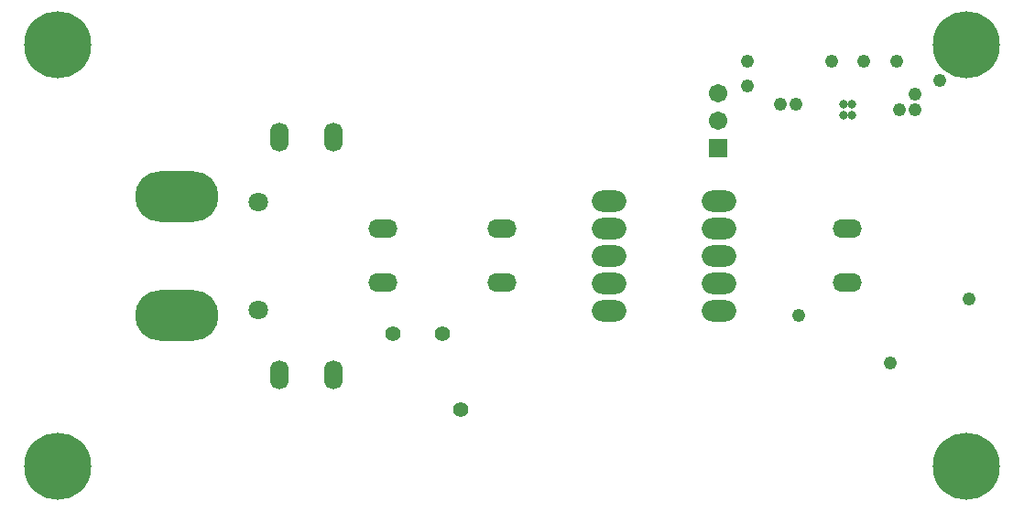
<source format=gbs>
%FSLAX25Y25*%
%MOIN*%
G70*
G01*
G75*
G04 Layer_Color=16711935*
%ADD10R,0.02165X0.03150*%
%ADD11R,0.07087X0.04921*%
%ADD12O,0.05315X0.01181*%
%ADD13R,0.06181X0.07402*%
%ADD14R,0.04921X0.07087*%
%ADD15R,0.06496X0.04724*%
%ADD16R,0.02756X0.03150*%
%ADD17R,0.07874X0.07874*%
%ADD18R,0.07874X0.07874*%
%ADD19R,0.06378X0.08583*%
%ADD20O,0.06890X0.03347*%
%ADD21O,0.05709X0.02362*%
%ADD22R,0.09252X0.06299*%
%ADD23C,0.02000*%
%ADD24C,0.01000*%
%ADD25C,0.03000*%
%ADD26C,0.04000*%
%ADD27C,0.05000*%
%ADD28C,0.05906*%
%ADD29R,0.05906X0.05906*%
%ADD30C,0.23622*%
%ADD31O,0.09843X0.05906*%
%ADD32O,0.05906X0.09843*%
%ADD33C,0.06299*%
%ADD34O,0.11811X0.06890*%
%ADD35O,0.29528X0.17716*%
%ADD36C,0.04000*%
%ADD37C,0.02362*%
%ADD38C,0.04724*%
%ADD39C,0.00984*%
%ADD40C,0.00394*%
%ADD41C,0.01969*%
%ADD42C,0.02362*%
%ADD43C,0.00787*%
%ADD44R,0.02965X0.03950*%
%ADD45R,0.07887X0.05721*%
%ADD46O,0.06115X0.01981*%
%ADD47R,0.06981X0.08202*%
%ADD48R,0.05721X0.07887*%
%ADD49R,0.07296X0.05524*%
%ADD50R,0.03556X0.03950*%
%ADD51R,0.08674X0.08674*%
%ADD52R,0.08674X0.08674*%
%ADD53R,0.07178X0.09383*%
%ADD54O,0.07690X0.04147*%
%ADD55O,0.06509X0.03162*%
%ADD56R,0.10052X0.07099*%
%ADD57C,0.06706*%
%ADD58R,0.06706X0.06706*%
%ADD59C,0.24422*%
%ADD60O,0.10642X0.06706*%
%ADD61O,0.06706X0.10642*%
%ADD62C,0.07099*%
%ADD63O,0.12611X0.07690*%
%ADD64O,0.30328X0.18517*%
%ADD65C,0.04800*%
%ADD66C,0.03162*%
%ADD67C,0.05524*%
D57*
X251969Y147953D02*
D03*
Y137953D02*
D03*
D58*
Y127953D02*
D03*
D59*
X342520Y11811D02*
D03*
X11811D02*
D03*
Y165354D02*
D03*
X342520D02*
D03*
D60*
X299213Y98425D02*
D03*
Y78740D02*
D03*
X129921Y78740D02*
D03*
Y98425D02*
D03*
X173228Y78740D02*
D03*
Y98425D02*
D03*
D61*
X112205Y45276D02*
D03*
X92520D02*
D03*
Y131890D02*
D03*
X112205D02*
D03*
D62*
X84646Y68898D02*
D03*
Y108268D02*
D03*
D63*
X252284Y68583D02*
D03*
Y78583D02*
D03*
Y88583D02*
D03*
Y98583D02*
D03*
Y108583D02*
D03*
X212283Y68583D02*
D03*
Y78583D02*
D03*
Y88583D02*
D03*
Y98583D02*
D03*
Y108583D02*
D03*
D64*
X55118Y66929D02*
D03*
Y110236D02*
D03*
D65*
X332677Y152559D02*
D03*
X314665Y49508D02*
D03*
X281496Y66929D02*
D03*
X293307Y159449D02*
D03*
X323819Y147638D02*
D03*
Y141732D02*
D03*
X317913D02*
D03*
X316929Y159449D02*
D03*
X305118D02*
D03*
X262795Y150591D02*
D03*
X274606Y143701D02*
D03*
X262795Y159449D02*
D03*
X343504Y72835D02*
D03*
X280512Y143701D02*
D03*
D66*
X297638Y139764D02*
D03*
X300787D02*
D03*
X297638Y143701D02*
D03*
X300787D02*
D03*
D67*
X151575Y60039D02*
D03*
X158465Y32480D02*
D03*
X133858Y60039D02*
D03*
M02*

</source>
